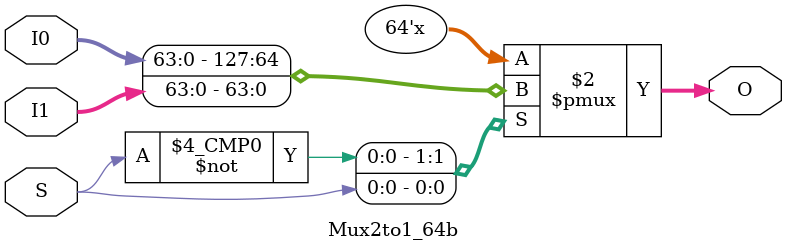
<source format=v>
`ifndef _Mux2to1_64b
`define _Mux2to1_64b

module Mux2to1_64b(
    input wire S,
    input wire [63:0] I0,
    input wire [63:0] I1,
    output reg [63:0] O
);

    always @ * begin
        case (S)
            1'b0:
                O <= I0;
            1'b1:
                O <= I1;
        endcase
    end

endmodule

`endif

</source>
